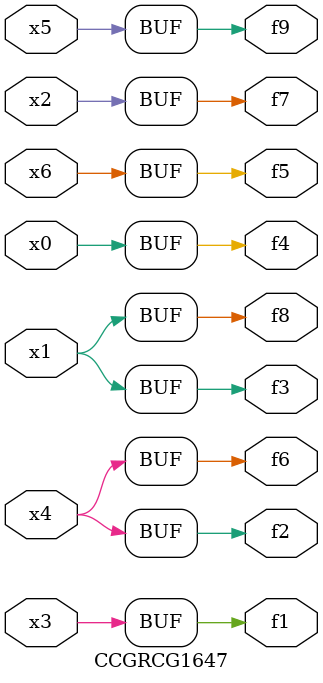
<source format=v>
module CCGRCG1647(
	input x0, x1, x2, x3, x4, x5, x6,
	output f1, f2, f3, f4, f5, f6, f7, f8, f9
);
	assign f1 = x3;
	assign f2 = x4;
	assign f3 = x1;
	assign f4 = x0;
	assign f5 = x6;
	assign f6 = x4;
	assign f7 = x2;
	assign f8 = x1;
	assign f9 = x5;
endmodule

</source>
